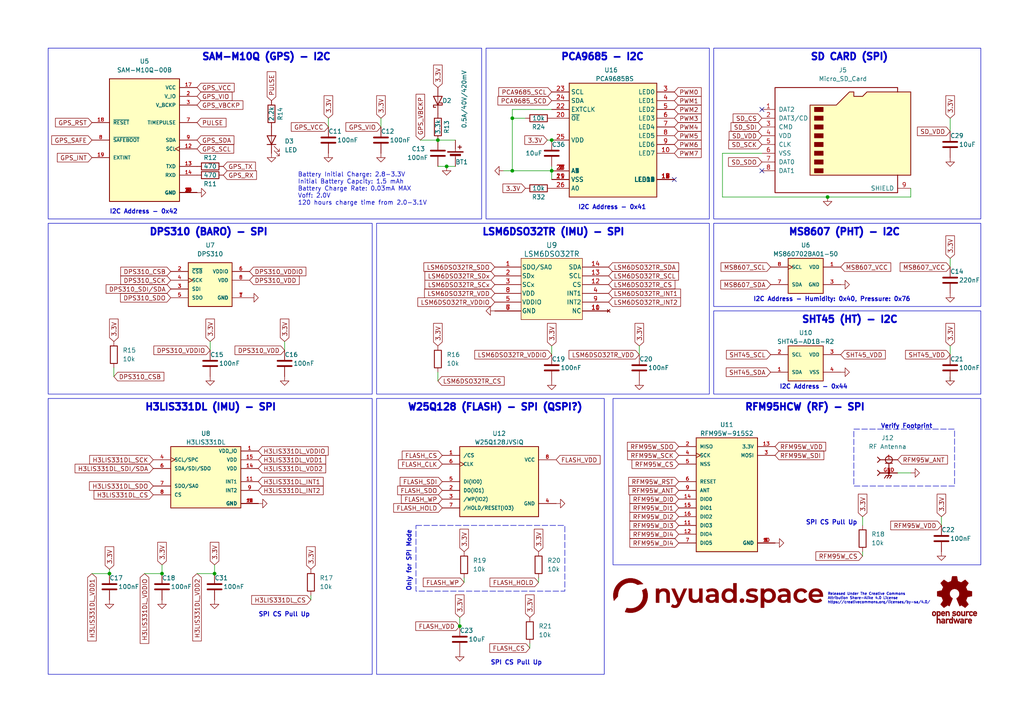
<source format=kicad_sch>
(kicad_sch (version 20230121) (generator eeschema)
  (paper "A4")
  (title_block (title "Sensors & Active Components") (company "Aether Flight Computer"))
  (junction (at 46.99 166.37))
  (junction (at 129.54 48.26))
  (junction (at 240.03 57.15))
  (junction (at 148.59 49.53))
  (junction (at 148.59 34.29))
  (junction (at 160.02 49.53))
  (junction (at 31.75 166.37))
  (junction (at 62.23 166.37))
  (junction (at 127 40.64))
  (junction (at 133.35 181.61))
  (junction (at 160.02 40.64))
  (no_connect (at 220.98 31.75))
  (no_connect (at 195.58 52.07))
  (no_connect (at 220.98 49.53))
  (wire (pts (xy 121.92 40.64) (xy 127 40.64)))
  (wire (pts (xy 160.02 49.53) (xy 160.02 52.07)))
  (wire (pts (xy 110.49 34.29) (xy 110.49 36.83)))
  (wire (pts (xy 95.25 34.29) (xy 95.25 36.83)))
  (wire (pts (xy 275.59 34.29) (xy 275.59 38.1)))
  (wire (pts (xy 275.59 74.93) (xy 275.59 77.47)))
  (wire (pts (xy 33.02 109.22) (xy 33.02 106.68)))
  (wire (pts (xy 146.05 49.53) (xy 148.59 49.53)))
  (wire (pts (xy 90.17 172.72) (xy 90.17 173.99)))
  (wire (pts (xy 60.96 99.06) (xy 60.96 101.6)))
  (wire (pts (xy 41.91 166.37) (xy 46.99 166.37)))
  (wire (pts (xy 275.59 110.49) (xy 275.59 109.22)))
  (wire (pts (xy 153.67 186.69) (xy 153.67 187.96)))
  (wire (pts (xy 127 107.95) (xy 127 110.49)))
  (wire (pts (xy 148.59 31.75) (xy 160.02 31.75)))
  (wire (pts (xy 152.4 34.29) (xy 148.59 34.29)))
  (wire (pts (xy 129.54 48.26) (xy 132.08 48.26)))
  (wire (pts (xy 26.67 166.37) (xy 31.75 166.37)))
  (wire (pts (xy 148.59 31.75) (xy 148.59 34.29)))
  (wire (pts (xy 57.15 166.37) (xy 62.23 166.37)))
  (wire (pts (xy 148.59 34.29) (xy 148.59 49.53)))
  (wire (pts (xy 62.23 163.83) (xy 62.23 166.37)))
  (wire (pts (xy 264.16 137.16) (xy 260.35 137.16)))
  (wire (pts (xy 160.02 48.26) (xy 160.02 49.53)))
  (wire (pts (xy 46.99 163.83) (xy 46.99 166.37)))
  (wire (pts (xy 127 40.64) (xy 132.08 40.64)))
  (wire (pts (xy 209.55 57.15) (xy 240.03 57.15)))
  (wire (pts (xy 250.19 152.4) (xy 250.19 149.86)))
  (wire (pts (xy 160.02 100.33) (xy 160.02 102.87)))
  (wire (pts (xy 133.35 179.07) (xy 133.35 181.61)))
  (wire (pts (xy 31.75 165.1) (xy 31.75 166.37)))
  (wire (pts (xy 275.59 100.33) (xy 275.59 102.87)))
  (wire (pts (xy 134.62 167.64) (xy 134.62 168.91)))
  (wire (pts (xy 158.75 40.64) (xy 160.02 40.64)))
  (wire (pts (xy 240.03 57.15) (xy 264.16 57.15)))
  (wire (pts (xy 148.59 49.53) (xy 160.02 49.53)))
  (wire (pts (xy 273.05 149.86) (xy 273.05 152.4)))
  (wire (pts (xy 185.42 100.33) (xy 185.42 102.87)))
  (wire (pts (xy 209.55 44.45) (xy 209.55 57.15)))
  (wire (pts (xy 250.19 160.02) (xy 250.19 161.29)))
  (wire (pts (xy 127 48.26) (xy 129.54 48.26)))
  (wire (pts (xy 82.55 99.06) (xy 82.55 101.6)))
  (wire (pts (xy 220.98 44.45) (xy 209.55 44.45)))
  (wire (pts (xy 156.21 167.64) (xy 156.21 168.91)))
  (wire (pts (xy 264.16 57.15) (xy 264.16 54.61)))
  (wire (pts (xy 133.35 181.61) (xy 133.35 182.88)))
  (rectangle (start 13.97 64.77) (end 107.95 114.3))
  (rectangle (start 140.97 13.97) (end 205.74 63.5))
  (rectangle (start 207.01 13.97) (end 284.48 63.5))
  (rectangle (start 13.97 13.97) (end 139.7 63.5))
  (rectangle (start 109.22 115.57) (end 175.26 195.58))
  (rectangle (start 109.22 64.77) (end 205.74 114.3))
  (rectangle (start 247.65 124.46) (end 276.86 140.97) (stroke (width 0) (type dash)))
  (rectangle (start 120.65 152.4) (end 163.83 171.45) (stroke (width 0) (type dash)))
  (rectangle (start 177.8 115.57) (end 284.48 163.83))
  (rectangle (start 207.01 90.17) (end 284.48 114.3))
  (rectangle (start 13.97 115.57) (end 107.95 195.58))
  (rectangle (start 207.01 64.77) (end 284.48 88.9))
  (text "DPS310 (BARO) - SPI\n" (at 43.18 68.58 0) (effects (font (size 2 2) (thickness 0.8) bold) (justify left bottom)))
  (text "I2C Address - Humidity: 0x40, Pressure: 0x76" (at 218.44 87.63 0) (effects (font (size 1.27 1.27) bold) (justify left bottom)))
  (text "PCA9685 - I2C" (at 162.56 17.78 0) (effects (font (size 2 2) (thickness 0.8) bold) (justify left bottom)))
  (text "I2C Address - 0x41" (at 167.64 60.96 0) (effects (font (size 1.27 1.27) bold) (justify left bottom)))
  (text "I2C Address - 0x44" (at 226.06 113.03 0) (effects (font (size 1.27 1.27) bold) (justify left bottom)))
  (text "SHT45 (HT) - I2C\n" (at 232.41 93.98 0) (effects (font (size 2 2) (thickness 0.8) bold) (justify left bottom)))
  (text "SPI CS Pull Up" (at 233.68 152.4 0) (effects (font (size 1.27 1.27) bold) (justify left bottom)))
  (text "Released Under The Creative Commons\nAttribution Share-Alike 4.0 License\nhttps://creativecommons.orq/licenses/by-sa/4.0/" (at 240.03 175.26 0) (effects (font (size 0.75 0.75)) (justify left bottom)))
  (text "SPI CS Pull Up" (at 142.24 193.04 0) (effects (font (size 1.27 1.27) bold) (justify left bottom)))
  (text "SPI CS Pull Up" (at 74.93 179.07 0) (effects (font (size 1.27 1.27) bold) (justify left bottom)))
  (text "Verify Footprint" (at 270.51 124.46 0) (effects (font (size 1.27 1.27) bold) (justify right bottom)))
  (text "Only for SPI Mode" (at 119.38 153.67 90) (effects (font (size 1.27 1.27) bold) (justify right bottom)))
  (text "W25Q128 (FLASH) - SPI (QSPI?)\n" (at 118.11 119.38 0) (effects (font (size 2 2) (thickness 0.8) bold) (justify left bottom)))
  (text "H3LIS331DL (IMU) - SPI\n" (at 41.91 119.38 0) (effects (font (size 2 2) (thickness 0.8) bold) (justify left bottom)))
  (text "I2C Address - 0x42" (at 31.75 62.23 0) (effects (font (size 1.27 1.27) bold) (justify left bottom)))
  (text "RFM95HCW (RF) - SPI\n" (at 215.9 119.38 0) (effects (font (size 2 2) (thickness 0.8) bold) (justify left bottom)))
  (text "SAM-M10Q (GPS) - I2C" (at 58.42 17.78 0) (effects (font (size 2 2) (thickness 0.8) bold) (justify left bottom)))
  (text "SD CARD (SPI)" (at 234.95 17.78 0) (effects (font (size 2 2) (thickness 0.8) bold) (justify left bottom)))
  (text "LSM6DSO32TR (IMU) - SPI\n" (at 139.7 68.58 0) (effects (font (size 2 2) (thickness 0.8) bold) (justify left bottom)))
  (text "Battery Initial Charge: 2.8-3.3V\nInitial Battery Capcity: 1.5 mAh\nBattery Charge Rate: 0.03mA MAX\nVoff: 2.0V\n120 hours charge time from 2.0-3.1V" (at 86.36 59.69 0) (effects (font (size 1.27 1.27)) (justify left bottom)))
  (text "MS8607 (PHT) - I2C\n" (at 228.6 68.58 0) (effects (font (size 2 2) (thickness 0.8) bold) (justify left bottom)))
  (global_label "PWM7" (shape input) (at 195.58 44.45 0) (property "Intersheetrefs" "${INTERSHEET_REFS}" (effects hide)))
  (global_label "H3LIS331DL_INT2" (shape input) (at 74.93 142.24 0) (property "Intersheetrefs" "${INTERSHEET_REFS}" (effects hide)))
  (global_label "FLASH_VDD" (shape input) (at 133.35 181.61 180) (property "Intersheetrefs" "${INTERSHEET_REFS}" (effects hide)))
  (global_label "DPS310_SCK" (shape input) (at 49.53 81.28 180) (property "Intersheetrefs" "${INTERSHEET_REFS}" (effects hide)))
  (global_label "DPS310_VDDIO" (shape input) (at 72.39 78.74 0) (property "Intersheetrefs" "${INTERSHEET_REFS}" (effects hide)))
  (global_label "3.3V" (shape input) (at 62.23 163.83 90) (property "Intersheetrefs" "${INTERSHEET_REFS}" (effects hide)))
  (global_label "3.3V" (shape input) (at 127 100.33 90) (property "Intersheetrefs" "${INTERSHEET_REFS}" (effects hide)))
  (global_label "MS8607_VCC" (shape input) (at 275.59 77.47 180) (property "Intersheetrefs" "${INTERSHEET_REFS}" (effects hide)))
  (global_label "SD_CS" (shape input) (at 220.98 34.29 180) (property "Intersheetrefs" "${INTERSHEET_REFS}" (effects hide)))
  (global_label "RFM95W_CS" (shape input) (at 196.85 134.62 180) (property "Intersheetrefs" "${INTERSHEET_REFS}" (effects hide)))
  (global_label "RFM95W_DI0" (shape input) (at 196.85 144.78 180) (property "Intersheetrefs" "${INTERSHEET_REFS}" (effects hide)))
  (global_label "DPS310_VDDIO" (shape input) (at 60.96 101.6 180) (property "Intersheetrefs" "${INTERSHEET_REFS}" (effects hide)))
  (global_label "MS8607_SCL" (shape input) (at 223.52 77.47 180) (property "Intersheetrefs" "${INTERSHEET_REFS}" (effects hide)))
  (global_label "H3LIS331DL_CS" (shape input) (at 44.45 143.51 180) (property "Intersheetrefs" "${INTERSHEET_REFS}" (effects hide)))
  (global_label "3.3V" (shape input) (at 275.59 100.33 90) (property "Intersheetrefs" "${INTERSHEET_REFS}" (effects hide)))
  (global_label "PWM4" (shape input) (at 195.58 36.83 0) (property "Intersheetrefs" "${INTERSHEET_REFS}" (effects hide)))
  (global_label "3.3V" (shape input) (at 152.4 54.61 180) (property "Intersheetrefs" "${INTERSHEET_REFS}" (effects hide)))
  (global_label "3.3V" (shape input) (at 250.19 149.86 90) (property "Intersheetrefs" "${INTERSHEET_REFS}" (effects hide)))
  (global_label "GPS_VIO" (shape input) (at 110.49 36.83 180) (property "Intersheetrefs" "${INTERSHEET_REFS}" (effects hide)))
  (global_label "RFM95W_CS" (shape input) (at 250.19 161.29 180) (property "Intersheetrefs" "${INTERSHEET_REFS}" (effects hide)))
  (global_label "PWM2" (shape input) (at 195.58 31.75 0) (property "Intersheetrefs" "${INTERSHEET_REFS}" (effects hide)))
  (global_label "RFM95W_DI1" (shape input) (at 196.85 147.32 180) (property "Intersheetrefs" "${INTERSHEET_REFS}" (effects hide)))
  (global_label "LSM6DSO32TR_VDD" (shape input) (at 185.42 102.87 180) (property "Intersheetrefs" "${INTERSHEET_REFS}" (effects hide)))
  (global_label "3.3V" (shape input) (at 95.25 34.29 90) (property "Intersheetrefs" "${INTERSHEET_REFS}" (effects hide)))
  (global_label "3.3V" (shape input) (at 46.99 163.83 90) (property "Intersheetrefs" "${INTERSHEET_REFS}" (effects hide)))
  (global_label "FLASH_CS" (shape input) (at 128.27 132.08 180) (property "Intersheetrefs" "${INTERSHEET_REFS}" (effects hide)))
  (global_label "H3LIS331DL_SCK" (shape input) (at 44.45 133.35 180) (property "Intersheetrefs" "${INTERSHEET_REFS}" (effects hide)))
  (global_label "3.3V" (shape input) (at 133.35 179.07 90) (property "Intersheetrefs" "${INTERSHEET_REFS}" (effects hide)))
  (global_label "SD_SDI" (shape input) (at 220.98 36.83 180) (property "Intersheetrefs" "${INTERSHEET_REFS}" (effects hide)))
  (global_label "FLASH_HOLD" (shape input) (at 128.27 147.32 180) (property "Intersheetrefs" "${INTERSHEET_REFS}" (effects hide)))
  (global_label "3.3V" (shape input) (at 110.49 34.29 90) (property "Intersheetrefs" "${INTERSHEET_REFS}" (effects hide)))
  (global_label "RFM95W_SCK" (shape input) (at 196.85 132.08 180) (property "Intersheetrefs" "${INTERSHEET_REFS}" (effects hide)))
  (global_label "H3LIS331DL_SDO" (shape input) (at 44.45 140.97 180) (property "Intersheetrefs" "${INTERSHEET_REFS}" (effects hide)))
  (global_label "H3LIS331DL_INT1" (shape input) (at 74.93 139.7 0) (property "Intersheetrefs" "${INTERSHEET_REFS}" (effects hide)))
  (global_label "LSM6DSO32TR_SDx" (shape input) (at 143.51 80.01 180) (property "Intersheetrefs" "${INTERSHEET_REFS}" (effects hide)))
  (global_label "H3LIS331DL_VDD2" (shape input) (at 74.93 135.89 0) (property "Intersheetrefs" "${INTERSHEET_REFS}" (effects hide)))
  (global_label "FLASH_WP" (shape input) (at 128.27 144.78 180) (property "Intersheetrefs" "${INTERSHEET_REFS}" (effects hide)))
  (global_label "GPS_VIO" (shape input) (at 57.15 27.94 0) (property "Intersheetrefs" "${INTERSHEET_REFS}" (effects hide)))
  (global_label "PWM6" (shape input) (at 195.58 41.91 0) (property "Intersheetrefs" "${INTERSHEET_REFS}" (effects hide)))
  (global_label "PULSE" (shape input) (at 78.74 29.21 90) (property "Intersheetrefs" "${INTERSHEET_REFS}" (effects hide)))
  (global_label "SHT45_VDD" (shape input) (at 275.59 102.87 180) (property "Intersheetrefs" "${INTERSHEET_REFS}" (effects hide)))
  (global_label "RFM95W_ANT" (shape input) (at 196.85 142.24 180) (property "Intersheetrefs" "${INTERSHEET_REFS}" (effects hide)))
  (global_label "3.3V" (shape input) (at 90.17 165.1 90) (property "Intersheetrefs" "${INTERSHEET_REFS}" (effects hide)))
  (global_label "LSM6DSO32TR_SDO" (shape input) (at 143.51 77.47 180) (property "Intersheetrefs" "${INTERSHEET_REFS}" (effects hide)))
  (global_label "RFM95W_RST" (shape input) (at 196.85 139.7 180) (property "Intersheetrefs" "${INTERSHEET_REFS}" (effects hide)))
  (global_label "3.3V" (shape input) (at 153.67 179.07 90) (property "Intersheetrefs" "${INTERSHEET_REFS}" (effects hide)))
  (global_label "H3LIS331DL_CS" (shape input) (at 90.17 173.99 180) (property "Intersheetrefs" "${INTERSHEET_REFS}" (effects hide)))
  (global_label "PWM3" (shape input) (at 195.58 34.29 0) (property "Intersheetrefs" "${INTERSHEET_REFS}" (effects hide)))
  (global_label "GPS_RX" (shape input) (at 64.77 50.8 0) (property "Intersheetrefs" "${INTERSHEET_REFS}" (effects hide)))
  (global_label "FLASH_SDO" (shape input) (at 128.27 142.24 180) (property "Intersheetrefs" "${INTERSHEET_REFS}" (effects hide)))
  (global_label "GPS_TX" (shape input) (at 64.77 48.26 0) (property "Intersheetrefs" "${INTERSHEET_REFS}" (effects hide)))
  (global_label "FLASH_WP" (shape input) (at 134.62 168.91 180) (property "Intersheetrefs" "${INTERSHEET_REFS}" (effects hide)))
  (global_label "H3LIS331DL_SDI{slash}SDA" (shape input) (at 44.45 135.89 180) (property "Intersheetrefs" "${INTERSHEET_REFS}" (effects hide)))
  (global_label "LSM6DSO32TR_SCx" (shape input) (at 143.51 82.55 180) (property "Intersheetrefs" "${INTERSHEET_REFS}" (effects hide)))
  (global_label "SHT45_SCL" (shape input) (at 223.52 102.87 180) (property "Intersheetrefs" "${INTERSHEET_REFS}" (effects hide)))
  (global_label "LSM6DSO32TR_VDDIO" (shape input) (at 143.51 87.63 180) (property "Intersheetrefs" "${INTERSHEET_REFS}" (effects hide)))
  (global_label "SHT45_VDD" (shape input) (at 243.84 102.87 0) (property "Intersheetrefs" "${INTERSHEET_REFS}" (effects hide)))
  (global_label "3.3V" (shape input) (at 60.96 99.06 90) (property "Intersheetrefs" "${INTERSHEET_REFS}" (effects hide)))
  (global_label "PULSE" (shape input) (at 57.15 35.56 0) (property "Intersheetrefs" "${INTERSHEET_REFS}" (effects hide)))
  (global_label "GPS_SDA" (shape input) (at 57.15 40.64 0) (property "Intersheetrefs" "${INTERSHEET_REFS}" (effects hide)))
  (global_label "GPS_SAFE" (shape input) (at 26.67 40.64 180) (property "Intersheetrefs" "${INTERSHEET_REFS}" (effects hide)))
  (global_label "GPS_INT" (shape input) (at 26.67 45.72 180) (property "Intersheetrefs" "${INTERSHEET_REFS}" (effects hide)))
  (global_label "PCA9685_SCD" (shape input) (at 160.02 29.21 180) (property "Intersheetrefs" "${INTERSHEET_REFS}" (effects hide)))
  (global_label "3.3V" (shape input) (at 127 25.4 90) (property "Intersheetrefs" "${INTERSHEET_REFS}" (effects hide)))
  (global_label "3.3V" (shape input) (at 275.59 74.93 90) (property "Intersheetrefs" "${INTERSHEET_REFS}" (effects hide)))
  (global_label "DPS310_CSB" (shape input) (at 33.02 109.22 0) (property "Intersheetrefs" "${INTERSHEET_REFS}" (effects hide)))
  (global_label "PCA9685_SCL" (shape input) (at 160.02 26.67 180) (property "Intersheetrefs" "${INTERSHEET_REFS}" (effects hide)))
  (global_label "3.3V" (shape input) (at 31.75 165.1 90) (property "Intersheetrefs" "${INTERSHEET_REFS}" (effects hide)))
  (global_label "H3LIS331DL_VDD2" (shape input) (at 57.15 166.37 270) (property "Intersheetrefs" "${INTERSHEET_REFS}" (effects hide)))
  (global_label "PWM0" (shape input) (at 195.58 26.67 0) (property "Intersheetrefs" "${INTERSHEET_REFS}" (effects hide)))
  (global_label "RFM95W_SDO" (shape input) (at 196.85 129.54 180) (property "Intersheetrefs" "${INTERSHEET_REFS}" (effects hide)))
  (global_label "3.3V" (shape input) (at 158.75 40.64 180) (property "Intersheetrefs" "${INTERSHEET_REFS}" (effects hide)))
  (global_label "SD_SDO" (shape input) (at 220.98 46.99 180) (property "Intersheetrefs" "${INTERSHEET_REFS}" (effects hide)))
  (global_label "H3LIS331DL_VDDIO" (shape input) (at 41.91 166.37 270) (property "Intersheetrefs" "${INTERSHEET_REFS}" (effects hide)))
  (global_label "3.3V" (shape input) (at 82.55 99.06 90) (property "Intersheetrefs" "${INTERSHEET_REFS}" (effects hide)))
  (global_label "RFM95W_SDI" (shape input) (at 224.79 132.08 0) (property "Intersheetrefs" "${INTERSHEET_REFS}" (effects hide)))
  (global_label "3.3V" (shape input) (at 275.59 34.29 90) (property "Intersheetrefs" "${INTERSHEET_REFS}" (effects hide)))
  (global_label "RFM95W_DI4" (shape input) (at 196.85 157.48 180) (property "Intersheetrefs" "${INTERSHEET_REFS}" (effects hide)))
  (global_label "H3LIS331DL_VDD1" (shape input) (at 74.93 133.35 0) (property "Intersheetrefs" "${INTERSHEET_REFS}" (effects hide)))
  (global_label "PWM5" (shape input) (at 195.58 39.37 0) (property "Intersheetrefs" "${INTERSHEET_REFS}" (effects hide)))
  (global_label "GPS_RST" (shape input) (at 26.67 35.56 180) (property "Intersheetrefs" "${INTERSHEET_REFS}" (effects hide)))
  (global_label "3.3V" (shape input) (at 33.02 99.06 90) (property "Intersheetrefs" "${INTERSHEET_REFS}" (effects hide)))
  (global_label "FLASH_VDD" (shape input) (at 161.29 133.35 0) (property "Intersheetrefs" "${INTERSHEET_REFS}" (effects hide)))
  (global_label "DPS310_CSB" (shape input) (at 49.53 78.74 180) (property "Intersheetrefs" "${INTERSHEET_REFS}" (effects hide)))
  (global_label "LSM6DSO32TR_SDA" (shape input) (at 176.53 77.47 0) (property "Intersheetrefs" "${INTERSHEET_REFS}" (effects hide)))
  (global_label "3.3V" (shape input) (at 156.21 160.02 90) (property "Intersheetrefs" "${INTERSHEET_REFS}" (effects hide)))
  (global_label "RFM95W_DI4" (shape input) (at 196.85 154.94 180) (property "Intersheetrefs" "${INTERSHEET_REFS}" (effects hide)))
  (global_label "H3LIS331DL_VDDIO" (shape input) (at 74.93 130.81 0) (property "Intersheetrefs" "${INTERSHEET_REFS}" (effects hide)))
  (global_label "RFM95W_ANT" (shape input) (at 260.35 133.35 0) (property "Intersheetrefs" "${INTERSHEET_REFS}" (effects hide)))
  (global_label "RFM95W_VDD" (shape input) (at 273.05 152.4 180) (property "Intersheetrefs" "${INTERSHEET_REFS}" (effects hide)))
  (global_label "SD_VDD" (shape input) (at 220.98 39.37 180) (property "Intersheetrefs" "${INTERSHEET_REFS}" (effects hide)))
  (global_label "3.3V" (shape input) (at 185.42 100.33 90) (property "Intersheetrefs" "${INTERSHEET_REFS}" (effects hide)))
  (global_label "3.3V" (shape input) (at 160.02 100.33 90) (property "Intersheetrefs" "${INTERSHEET_REFS}" (effects hide)))
  (global_label "GPS_VBCKP" (shape input) (at 57.15 30.48 0) (property "Intersheetrefs" "${INTERSHEET_REFS}" (effects hide)))
  (global_label "MS8607_SDA" (shape input) (at 223.52 82.55 180) (property "Intersheetrefs" "${INTERSHEET_REFS}" (effects hide)))
  (global_label "GPS_VCC" (shape input) (at 95.25 36.83 180) (property "Intersheetrefs" "${INTERSHEET_REFS}" (effects hide)))
  (global_label "LSM6DSO32TR_VDD" (shape input) (at 143.51 85.09 180) (property "Intersheetrefs" "${INTERSHEET_REFS}" (effects hide)))
  (global_label "DPS310_VDD" (shape input) (at 72.39 81.28 0) (property "Intersheetrefs" "${INTERSHEET_REFS}" (effects hide)))
  (global_label "RFM95W_VDD" (shape input) (at 224.79 129.54 0) (property "Intersheetrefs" "${INTERSHEET_REFS}" (effects hide)))
  (global_label "LSM6DSO32TR_CS" (shape input) (at 176.53 82.55 0) (property "Intersheetrefs" "${INTERSHEET_REFS}" (effects hide)))
  (global_label "SD_VDD" (shape input) (at 275.59 38.1 180) (property "Intersheetrefs" "${INTERSHEET_REFS}" (effects hide)))
  (global_label "FLASH_HOLD" (shape input) (at 156.21 168.91 180) (property "Intersheetrefs" "${INTERSHEET_REFS}" (effects hide)))
  (global_label "PWM1" (shape input) (at 195.58 29.21 0) (property "Intersheetrefs" "${INTERSHEET_REFS}" (effects hide)))
  (global_label "DPS310_VDD" (shape input) (at 82.55 101.6 180) (property "Intersheetrefs" "${INTERSHEET_REFS}" (effects hide)))
  (global_label "MS8607_VCC" (shape input) (at 243.84 77.47 0) (property "Intersheetrefs" "${INTERSHEET_REFS}" (effects hide)))
  (global_label "LSM6DSO32TR_SCL" (shape input) (at 176.53 80.01 0) (property "Intersheetrefs" "${INTERSHEET_REFS}" (effects hide)))
  (global_label "GPS_VBCKP" (shape input) (at 121.92 40.64 90) (property "Intersheetrefs" "${INTERSHEET_REFS}" (effects hide)))
  (global_label "LSM6DSO32TR_CS" (shape input) (at 127 110.49 0) (property "Intersheetrefs" "${INTERSHEET_REFS}" (effects hide)))
  (global_label "3.3V" (shape input) (at 273.05 149.86 90) (property "Intersheetrefs" "${INTERSHEET_REFS}" (effects hide)))
  (global_label "GPS_SCL" (shape input) (at 57.15 43.18 0) (property "Intersheetrefs" "${INTERSHEET_REFS}" (effects hide)))
  (global_label "SHT45_SDA" (shape input) (at 223.52 107.95 180) (property "Intersheetrefs" "${INTERSHEET_REFS}" (effects hide)))
  (global_label "LSM6DSO32TR_VDDIO" (shape input) (at 160.02 102.87 180) (property "Intersheetrefs" "${INTERSHEET_REFS}" (effects hide)))
  (global_label "SD_SCK" (shape input) (at 220.98 41.91 180) (property "Intersheetrefs" "${INTERSHEET_REFS}" (effects hide)))
  (global_label "FLASH_CLK" (shape input) (at 128.27 134.62 180) (property "Intersheetrefs" "${INTERSHEET_REFS}" (effects hide)))
  (global_label "FLASH_SDI" (shape input) (at 128.27 139.7 180) (property "Intersheetrefs" "${INTERSHEET_REFS}" (effects hide)))
  (global_label "H3LIS331DL_VDD1" (shape input) (at 26.67 166.37 270) (property "Intersheetrefs" "${INTERSHEET_REFS}" (effects hide)))
  (global_label "3.3V" (shape input) (at 134.62 160.02 90) (property "Intersheetrefs" "${INTERSHEET_REFS}" (effects hide)))
  (global_label "LSM6DSO32TR_INT2" (shape input) (at 176.53 87.63 0) (property "Intersheetrefs" "${INTERSHEET_REFS}" (effects hide)))
  (global_label "FLASH_CS" (shape input) (at 153.67 187.96 180) (property "Intersheetrefs" "${INTERSHEET_REFS}" (effects hide)))
  (global_label "RFM95W_DI2" (shape input) (at 196.85 149.86 180) (property "Intersheetrefs" "${INTERSHEET_REFS}" (effects hide)))
  (global_label "GPS_VCC" (shape input) (at 57.15 25.4 0) (property "Intersheetrefs" "${INTERSHEET_REFS}" (effects hide)))
  (global_label "DPS310_SDO" (shape input) (at 49.53 86.36 180) (property "Intersheetrefs" "${INTERSHEET_REFS}" (effects hide)))
  (global_label "LSM6DSO32TR_INT1" (shape input) (at 176.53 85.09 0) (property "Intersheetrefs" "${INTERSHEET_REFS}" (effects hide)))
  (global_label "DPS310_SDI{slash}SDA" (shape input) (at 49.53 83.82 180) (property "Intersheetrefs" "${INTERSHEET_REFS}" (effects hide)))
  (global_label "RFM95W_DI3" (shape input) (at 196.85 152.4 180) (property "Intersheetrefs" "${INTERSHEET_REFS}" (effects hide)))
  (symbol (lib_id "power:GND") (at 95.25 44.45 0) (unit 1)
    (property "Reference" "#PWR031" (effects hide))
    (property "Value" "GND" (effects hide))
    (instances (project "aether" (path "" (reference "#PWR031") (unit 1)) (path "" (reference "#PWR019") (unit 1))))
  )
  (symbol (lib_id "W25Q128JVSIQ:W25Q128JVSIQ") (at 144.78 139.7 0) (unit 1)
    (property "Reference" "U12" (at 144.78 125.73 0))
    (property "Value" "W25Q128JVSIQ" (at 144.78 128.27 0))
    (property "Footprint" "SOIC127P790X216-8N" (effects hide))
    (property "PARTREV" "I" (effects hide))
    (property "STANDARD" "IPC-7351B" (effects hide))
    (property "MAXIMUM_PACKAGE_HEIGHT" "2.16 mm" (effects hide))
    (property "MANUFACTURER" "Winbond Electronics" (effects hide))
    (instances (project "aether" (path "" (reference "U12") (unit 1)) (path "" (reference "U10") (unit 1))))
  )
  (symbol (lib_id "Device:R") (at 156.21 54.61 270) (unit 1)
    (property "Reference" "R32" (at 156.21 57.15 90))
    (property "Value" "10k" (at 156.21 54.61 90))
    (property "Footprint" "Resistor_SMD:R_0201_0603Metric" (effects hide))
    (instances (project "aether" (path "" (reference "R32") (unit 1)) (path "" (reference "R16") (unit 1))))
  )
  (symbol (lib_id "Device:R") (at 134.62 163.83 0) (unit 1)
    (property "Reference" "R19" (at 137.16 162.56 0) (effects (justify left)))
    (property "Value" "10k" (at 137.16 165.1 0) (effects (justify left)))
    (property "Footprint" "Resistor_SMD:R_0201_0603Metric" (effects hide))
    (instances (project "aether" (path "" (reference "R19") (unit 1)) (path "" (reference "R15") (unit 1))))
  )
  (symbol (lib_id "Device:C") (at 273.05 156.21 0) (unit 1)
    (property "Reference" "C22" (at 273.05 153.67 0) (effects (justify left)))
    (property "Value" "100nF" (at 275.59 156.21 0) (effects (justify left)))
    (property "Footprint" "Capacitor_SMD:C_0201_0603Metric" (effects hide))
  )
  (symbol (lib_id "power:GND") (at 275.59 45.72 0) (unit 1)
    (property "Reference" "#PWR042" (effects hide))
    (property "Value" "GND" (effects hide))
    (instances (project "aether" (path "" (reference "#PWR042") (unit 1)) (path "" (reference "#PWR018") (unit 1))))
  )
  (symbol (lib_id "Device:C") (at 275.59 41.91 0) (unit 1)
    (property "Reference" "C29" (at 275.59 39.37 0) (effects (justify left)))
    (property "Value" "10uF" (at 278.13 41.91 0) (effects (justify left)))
    (property "Footprint" "Capacitor_SMD:C_0201_0603Metric" (effects hide))
    (instances (project "aether" (path "" (reference "C29") (unit 1)) (path "" (reference "C12") (unit 1))))
  )
  (symbol (lib_id "Device:C") (at 275.59 81.28 0) (unit 1)
    (property "Reference" "C14" (at 275.59 78.74 0) (effects (justify left)))
    (property "Value" "220nF" (at 278.13 81.28 0) (effects (justify left)))
    (property "Footprint" "Capacitor_SMD:C_0201_0603Metric" (effects hide))
    (instances (project "aether" (path "" (reference "C14") (unit 1)) (path "" (reference "C21") (unit 1))))
  )
  (symbol (lib_id "Device:R") (at 156.21 34.29 270) (unit 1)
    (property "Reference" "R24" (at 156.21 36.83 90))
    (property "Value" "10k" (at 156.21 34.29 90))
    (property "Footprint" "Resistor_SMD:R_0201_0603Metric" (effects hide))
    (instances (project "aether" (path "" (reference "R24") (unit 1)) (path "" (reference "R17") (unit 1))))
  )
  (symbol (lib_id "power:GND") (at 57.15 55.88 90) (unit 1)
    (property "Reference" "#PWR012" (effects hide))
    (property "Value" "GND" (effects hide))
    (instances (project "aether" (path "" (reference "#PWR012") (unit 1)) (path "" (reference "#PWR015") (unit 1))))
  )
  (symbol (lib_id "nyuad_space:LOGO") (at 208.28 172.72 0) (unit 1)
    (property "Reference" "#G2" (effects hide))
    (property "Value" "LOGO" (effects hide))
    (instances (project "aether" (path "" (reference "#G2") (unit 1)) (path "" (reference "#G5") (unit 1))))
  )
  (symbol (lib_id "Device:C") (at 160.02 44.45 0) (unit 1)
    (property "Reference" "C36" (at 160.02 41.91 0) (effects (justify left)))
    (property "Value" "10uF" (at 152.4 44.45 0) (effects (justify left)))
    (property "Footprint" "Capacitor_SMD:C_0201_0603Metric" (effects hide))
    (instances (project "aether" (path "" (reference "C36") (unit 1)) (path "" (reference "C17") (unit 1))))
  )
  (symbol (lib_id "DPS310:DPS310") (at 60.96 82.55 0) (unit 1)
    (property "Reference" "U7" (at 60.96 71.12 0))
    (property "Value" "DPS310" (at 60.96 73.66 0))
    (property "Footprint" "XDCR_DPS310" (effects hide))
    (property "MF" "Infineon Technologies" (effects hide))
    (property "DESCRIPTION" "The DPS310 is a miniaturized Digital Barometric Air Pressure Sensor with a high accuracy and a low current consumption, capable of measuring both pressure and temperature." (effects hide))
    (property "PACKAGE" "VFLGA-8 Infineon Technologies" (effects hide))
    (property "PRICE" "None" (effects hide))
    (property "MP" "DPS310" (effects hide))
    (property "AVAILABILITY" "Unavailable" (effects hide))
  )
  (symbol (lib_id "power:GND") (at 161.29 146.05 90) (unit 1)
    (property "Reference" "#PWR032" (effects hide))
    (property "Value" "GND" (effects hide))
    (instances (project "aether" (path "" (reference "#PWR032") (unit 1)) (path "" (reference "#PWR017") (unit 1))))
  )
  (symbol (lib_id "power:GND") (at 133.35 189.23 0) (unit 1)
    (property "Reference" "#PWR033" (effects hide))
    (property "Value" "GND" (effects hide))
    (instances (project "aether" (path "" (reference "#PWR033") (unit 1)) (path "" (reference "#PWR027") (unit 1))))
  )
  (symbol (lib_id "Device:C") (at 60.96 105.41 0) (unit 1)
    (property "Reference" "C15" (at 60.96 102.87 0) (effects (justify left)))
    (property "Value" "100nF" (at 63.5 105.41 0) (effects (justify left)))
    (property "Footprint" "Capacitor_SMD:C_0201_0603Metric" (effects hide))
    (instances (project "aether" (path "" (reference "C15") (unit 1)) (path "" (reference "C16") (unit 1))))
  )
  (symbol (lib_id "power:GND") (at 240.03 57.15 0) (unit 1)
    (property "Reference" "#PWR041" (effects hide))
    (property "Value" "GND" (effects hide))
    (instances (project "aether" (path "" (reference "#PWR041") (unit 1)) (path "" (reference "#PWR031") (unit 1))))
  )
  (symbol (lib_id "Device:C") (at 127 44.45 0) (unit 1)
    (property "Reference" "C13" (at 119.38 43.18 0) (effects (justify left)))
    (property "Value" "100nF" (at 118.11 45.72 0) (effects (justify left)))
    (property "Footprint" "Capacitor_SMD:C_0201_0603Metric" (effects hide))
    (instances (project "aether" (path "" (reference "C13") (unit 1)) (path "" (reference "C14") (unit 1))))
  )
  (symbol (lib_id "Device:R") (at 127 104.14 0) (unit 1)
    (property "Reference" "R16" (at 129.54 102.87 0) (effects (justify left)))
    (property "Value" "10k" (at 129.54 105.41 0) (effects (justify left)))
    (property "Footprint" "Resistor_SMD:R_0201_0603Metric" (effects hide))
    (instances (project "aether" (path "" (reference "R16") (unit 1)) (path "" (reference "R32") (unit 1))))
  )
  (symbol (lib_id "LSM6DSO32TR:LSM6DSO32TR") (at 160.02 83.82 0) (unit 1)
    (property "Reference" "U9" (at 160.02 71.12 0) (effects (font (size 1.524 1.524))))
    (property "Value" "LSM6DSO32TR" (at 160.02 73.66 0) (effects (font (size 1.524 1.524))))
    (property "Footprint" "LGA-14L_2P5X3X0P83_STM" (effects hide))
    (property "Datasheet" "LSM6DSO32TR" (effects hide))
    (instances (project "aether" (path "" (reference "U9") (unit 1)) (path "" (reference "U16") (unit 1))))
  )
  (symbol (lib_id "Device:C") (at 82.55 105.41 0) (unit 1)
    (property "Reference" "C16" (at 82.55 102.87 0) (effects (justify left)))
    (property "Value" "100nF" (at 85.09 105.41 0) (effects (justify left)))
    (property "Footprint" "Capacitor_SMD:C_0201_0603Metric" (effects hide))
    (instances (project "aether" (path "" (reference "C16") (unit 1)) (path "" (reference "C29") (unit 1))))
  )
  (symbol (lib_id "Device:R") (at 127 36.83 180) (unit 1)
    (property "Reference" "R13" (at 129.54 36.83 90))
    (property "Value" "3.3k" (at 127 36.83 90))
    (property "Footprint" "Resistor_SMD:R_0201_0603Metric" (effects hide))
    (instances (project "aether" (path "" (reference "R13") (unit 1)) (path "" (reference "R14") (unit 1))))
  )
  (symbol (lib_id "Device:C") (at 31.75 170.18 0) (unit 1)
    (property "Reference" "C17" (at 31.75 167.64 0) (effects (justify left)))
    (property "Value" "100nF" (at 34.29 170.18 0) (effects (justify left)))
    (property "Footprint" "Capacitor_SMD:C_0201_0603Metric" (effects hide))
    (instances (project "aether" (path "" (reference "C17") (unit 1)) (path "" (reference "C18") (unit 1))))
  )
  (symbol (lib_id "Device:R") (at 250.19 156.21 0) (unit 1)
    (property "Reference" "R18" (at 252.73 154.94 0) (effects (justify left)))
    (property "Value" "10k" (at 252.73 157.48 0) (effects (justify left)))
    (property "Footprint" "Resistor_SMD:R_0201_0603Metric" (effects hide))
  )
  (symbol (lib_id "power:GND") (at 110.49 44.45 0) (unit 1)
    (property "Reference" "#PWR013" (effects hide))
    (property "Value" "GND" (effects hide))
    (instances (project "aether" (path "" (reference "#PWR013") (unit 1)) (path "" (reference "#PWR034") (unit 1))))
  )
  (symbol (lib_id "Device:R") (at 156.21 163.83 0) (unit 1)
    (property "Reference" "R20" (at 158.75 162.56 0) (effects (justify left)))
    (property "Value" "10k" (at 158.75 165.1 0) (effects (justify left)))
    (property "Footprint" "Resistor_SMD:R_0201_0603Metric" (effects hide))
    (instances (project "aether" (path "" (reference "R20") (unit 1)) (path "" (reference "R21") (unit 1))))
  )
  (symbol (lib_id "Device:R") (at 60.96 50.8 90) (unit 1)
    (property "Reference" "R11" (at 60.96 53.34 90))
    (property "Value" "470" (at 60.96 50.8 90))
    (property "Footprint" "Resistor_SMD:R_0201_0603Metric" (effects hide))
    (instances (project "aether" (path "" (reference "R11") (unit 1)) (path "" (reference "R12") (unit 1))))
  )
  (symbol (lib_id "Device:LED") (at 78.74 40.64 90) (unit 1)
    (property "Reference" "D3" (at 82.55 40.9575 90) (effects (justify right)))
    (property "Value" "LED" (at 82.55 43.4975 90) (effects (justify right)))
    (property "Footprint" "LED_SMD:LED_0201_0603Metric" (effects hide))
  )
  (symbol (lib_id "Device:C") (at 275.59 106.68 0) (unit 1)
    (property "Reference" "C21" (at 275.59 104.14 0) (effects (justify left)))
    (property "Value" "100nF" (at 278.13 106.68 0) (effects (justify left)))
    (property "Footprint" "Capacitor_SMD:C_0201_0603Metric" (effects hide))
    (instances (project "aether" (path "" (reference "C21") (unit 1)) (path "" (reference "C11") (unit 1))))
  )
  (symbol (lib_id "SHT45-AD1B-R2:SHT45-AD1B-R2") (at 233.68 105.41 0) (unit 1)
    (property "Reference" "U10" (at 233.68 96.52 0))
    (property "Value" "SHT45-AD1B-R2" (at 233.68 99.06 0))
    (property "Footprint" "SHT4X" (effects hide))
    (instances (project "aether" (path "" (reference "U10") (unit 1)) (path "" (reference "U6") (unit 1))))
  )
  (symbol (lib_id "power:GND") (at 264.16 137.16 90) (unit 1)
    (property "Reference" "#PWR028" (effects hide))
    (property "Value" "GND" (effects hide))
    (instances (project "aether" (path "" (reference "#PWR028") (unit 1)) (path "" (reference "#PWR071") (unit 1))))
  )
  (symbol (lib_id "power:GND") (at 275.59 109.22 0) (unit 1)
    (property "Reference" "#PWR028" (effects hide))
    (property "Value" "GND" (effects hide))
    (instances (project "aether" (path "" (reference "#PWR028") (unit 1)) (path "" (reference "#PWR013") (unit 1))))
  )
  (symbol (lib_id "RFM95W-915S2:RFM95W-915S2") (at 210.82 143.51 0) (unit 1)
    (property "Reference" "U11" (at 210.82 123.19 0))
    (property "Value" "RFM95W-915S2" (at 210.82 125.73 0))
    (property "Footprint" "XCVR_RFM95W-915S2" (effects hide))
    (property "MF" "RF Solutions" (effects hide))
    (property "DESCRIPTION" "RFM95W LoRA Transceiver Module 915MHz" (effects hide))
    (property "PACKAGE" "SMD-16 RF Solutions" (effects hide))
    (property "PRICE" "None" (effects hide))
    (property "STANDARD" "Manufacturer recommendations" (effects hide))
    (property "MP" "RFM95W-915S2" (effects hide))
    (property "AVAILABILITY" "Unavailable" (effects hide))
    (instances (project "aether" (path "" (reference "U11") (unit 1)) (path "" (reference "U8") (unit 1))))
  )
  (symbol (lib_id "power:GND") (at 185.42 110.49 0) (unit 1)
    (property "Reference" "#PWR026" (effects hide))
    (property "Value" "GND" (effects hide))
    (instances (project "aether" (path "" (reference "#PWR026") (unit 1)) (path "" (reference "#PWR051") (unit 1))))
  )
  (symbol (lib_id "MS860702BA01-50:MS860702BA01-50") (at 233.68 80.01 0) (unit 1)
    (property "Reference" "U6" (at 233.68 71.12 0))
    (property "Value" "MS860702BA01-50" (at 233.68 73.66 0))
    (property "Footprint" "TE_MS860702BA01-50" (effects hide))
    (property "Comment" "MS860702BA01-50" (effects hide))
    (instances (project "aether" (path "" (reference "U6") (unit 1)) (path "" (reference "U12") (unit 1))))
  )
  (symbol (lib_id "Device:R") (at 153.67 182.88 0) (unit 1)
    (property "Reference" "R21" (at 156.21 181.61 0) (effects (justify left)))
    (property "Value" "10k" (at 156.21 184.15 0) (effects (justify left)))
    (property "Footprint" "Resistor_SMD:R_0201_0603Metric" (effects hide))
    (instances (project "aether" (path "" (reference "R21") (unit 1)) (path "" (reference "R19") (unit 1))))
  )
  (symbol (lib_id "5449692-1:5449692-1") (at 257.81 137.16 0) (unit 1)
    (property "Reference" "J12" (at 257.429 127 0))
    (property "Value" "RF Antenna" (at 257.429 129.54 0))
    (property "Footprint" "TE_5449692-1" (effects hide))
    (property "Comment" "5449692-1" (effects hide))
  )
  (symbol (lib_id "power:GND") (at 160.02 110.49 0) (unit 1)
    (property "Reference" "#PWR025" (effects hide))
    (property "Value" "GND" (effects hide))
    (instances (project "aether" (path "" (reference "#PWR025") (unit 1)) (path "" (reference "#PWR029") (unit 1))))
  )
  (symbol (lib_id "power:GND") (at 243.84 107.95 90) (unit 1)
    (property "Reference" "#PWR027" (effects hide))
    (property "Value" "GND" (effects hide))
    (instances (project "aether" (path "" (reference "#PWR027") (unit 1)) (path "" (reference "#PWR014") (unit 1))))
  )
  (symbol (lib_id "Device:C") (at 62.23 170.18 0) (unit 1)
    (property "Reference" "C31" (at 62.23 167.64 0) (effects (justify left)))
    (property "Value" "100nF" (at 64.77 170.18 0) (effects (justify left)))
    (property "Footprint" "Capacitor_SMD:C_0201_0603Metric" (effects hide))
    (instances (project "aether" (path "" (reference "C31") (unit 1)) (path "" (reference "C30") (unit 1))))
  )
  (symbol (lib_id "osh_logo:LOGO") (at 276.86 173.99 0) (unit 1)
    (property "Reference" "#G1" (effects hide))
    (property "Value" "LOGO" (effects hide))
    (instances (project "aether" (path "" (reference "#G1") (unit 1)) (path "" (reference "#G6") (unit 1))))
  )
  (symbol (lib_id "Device:R") (at 33.02 102.87 0) (unit 1)
    (property "Reference" "R15" (at 35.56 101.6 0) (effects (justify left)))
    (property "Value" "10k" (at 35.56 104.14 0) (effects (justify left)))
    (property "Footprint" "Resistor_SMD:R_0201_0603Metric" (effects hide))
    (instances (project "aether" (path "" (reference "R15") (unit 1)) (path "" (reference "R13") (unit 1))))
  )
  (symbol (lib_id "Device:C") (at 95.25 40.64 0) (unit 1)
    (property "Reference" "C11" (at 95.25 38.1 0) (effects (justify left)))
    (property "Value" "100nF" (at 97.79 40.64 0) (effects (justify left)))
    (property "Footprint" "Capacitor_SMD:C_0201_0603Metric" (effects hide))
    (instances (project "aether" (path "" (reference "C11") (unit 1)) (path "" (reference "C13") (unit 1))))
  )
  (symbol (lib_id "Device:D_Schottky") (at 127 29.21 90) (unit 1)
    (property "Reference" "D2" (at 128.27 29.21 90) (effects (justify right)))
    (property "Value" "0.5A/40V/420mV" (at 134.62 20.32 0) (effects (justify right)))
  )
  (symbol (lib_id "Device:C") (at 110.49 40.64 0) (unit 1)
    (property "Reference" "C12" (at 110.49 38.1 0) (effects (justify left)))
    (property "Value" "100nF" (at 113.03 40.64 0) (effects (justify left)))
    (property "Footprint" "Capacitor_SMD:C_0201_0603Metric" (effects hide))
    (instances (project "aether" (path "" (reference "C12") (unit 1)) (path "" (reference "C23") (unit 1))))
  )
  (symbol (lib_id "power:GND") (at 62.23 173.99 0) (unit 1)
    (property "Reference" "#PWR046" (effects hide))
    (property "Value" "GND" (effects hide))
    (instances (project "aether" (path "" (reference "#PWR046") (unit 1)) (path "" (reference "#PWR050") (unit 1))))
  )
  (symbol (lib_id "Device:C") (at 185.42 106.68 0) (unit 1)
    (property "Reference" "C20" (at 185.42 104.14 0) (effects (justify left)))
    (property "Value" "100nF" (at 187.96 106.68 0) (effects (justify left)))
    (property "Footprint" "Capacitor_SMD:C_0201_0603Metric" (effects hide))
    (instances (project "aether" (path "" (reference "C20") (unit 1)) (path "" (reference "C31") (unit 1))))
  )
  (symbol (lib_id "Device:R") (at 90.17 168.91 0) (unit 1)
    (property "Reference" "R17" (at 92.71 167.64 0) (effects (justify left)))
    (property "Value" "10k" (at 92.71 170.18 0) (effects (justify left)))
    (property "Footprint" "Resistor_SMD:R_0201_0603Metric" (effects hide))
    (instances (project "aether" (path "" (reference "R17") (unit 1)) (path "" (reference "R24") (unit 1))))
  )
  (symbol (lib_id "power:GND") (at 46.99 173.99 0) (unit 1)
    (property "Reference" "#PWR023" (effects hide))
    (property "Value" "GND" (effects hide))
    (instances (project "aether" (path "" (reference "#PWR023") (unit 1)) (path "" (reference "#PWR030") (unit 1))))
  )
  (symbol (lib_id "power:GND") (at 275.59 85.09 0) (unit 1)
    (property "Reference" "#PWR017" (effects hide))
    (property "Value" "GND" (effects hide))
    (instances (project "aether" (path "" (reference "#PWR017") (unit 1)) (path "" (reference "#PWR032") (unit 1))))
  )
  (symbol (lib_id "power:GND") (at 143.51 90.17 270) (unit 1)
    (property "Reference" "#PWR024" (effects hide))
    (property "Value" "GND" (effects hide))
    (instances (project "aether" (path "" (reference "#PWR024") (unit 1)) (path "" (reference "#PWR022") (unit 1))))
  )
  (symbol (lib_id "power:GND") (at 146.05 49.53 270) (unit 1)
    (property "Reference" "#PWR050" (effects hide))
    (property "Value" "GND" (effects hide))
    (instances (project "aether" (path "" (reference "#PWR050") (unit 1)) (path "" (reference "#PWR023") (unit 1))))
  )
  (symbol (lib_id "Device:C") (at 133.35 185.42 0) (unit 1)
    (property "Reference" "C23" (at 133.35 182.88 0) (effects (justify left)))
    (property "Value" "10uF" (at 135.89 185.42 0) (effects (justify left)))
    (property "Footprint" "Capacitor_SMD:C_0201_0603Metric" (effects hide))
    (instances (project "aether" (path "" (reference "C23") (unit 1)) (path "" (reference "C15") (unit 1))))
  )
  (symbol (lib_id "SAM-M10Q-00B:SAM-M10Q-00B") (at 41.91 40.64 0) (unit 1)
    (property "Reference" "U5" (at 41.91 17.78 0))
    (property "Value" "SAM-M10Q-00B" (at 41.91 20.32 0))
    (property "Footprint" "XCVR_SAM-M10Q-00B" (effects hide))
    (property "PARTREV" "R03" (effects hide))
    (property "MANUFACTURER" "u-blox" (effects hide))
    (property "STANDARD" "Manufacturer Recommendations" (effects hide))
    (property "MAXIMUM_PACKAGE_HEIGHT" "6.8mm" (effects hide))
    (property "SNAPEDA_PN" "SAM-M10Q-00B" (effects hide))
  )
  (symbol (lib_id "power:GND") (at 273.05 160.02 0) (unit 1)
    (property "Reference" "#PWR030" (effects hide))
    (property "Value" "GND" (effects hide))
    (instances (project "aether" (path "" (reference "#PWR030") (unit 1)) (path "" (reference "#PWR046") (unit 1))))
  )
  (symbol (lib_id "Device:Battery_Cell") (at 132.08 45.72 0) (unit 1)
    (property "Reference" "BT1" (at 132.08 46.99 0) (effects (justify left)))
    (property "Value" "Battery_Cell" (effects hide))
  )
  (symbol (lib_id "power:GND") (at 74.93 146.05 90) (unit 1)
    (property "Reference" "#PWR021" (effects hide))
    (property "Value" "GND" (effects hide))
    (instances (project "aether" (path "" (reference "#PWR021") (unit 1)) (path "" (reference "#PWR025") (unit 1))))
  )
  (symbol (lib_id "power:GND") (at 243.84 82.55 90) (unit 1)
    (property "Reference" "#PWR016" (effects hide))
    (property "Value" "GND" (effects hide))
    (instances (project "aether" (path "" (reference "#PWR016") (unit 1)) (path "" (reference "#PWR033") (unit 1))))
  )
  (symbol (lib_id "power:GND") (at 72.39 86.36 90) (unit 1)
    (property "Reference" "#PWR018" (effects hide))
    (property "Value" "GND" (effects hide))
    (instances (project "aether" (path "" (reference "#PWR018") (unit 1)) (path "" (reference "#PWR016") (unit 1))))
  )
  (symbol (lib_id "Connector:Micro_SD_Card") (at 243.84 39.37 0) (unit 1)
    (property "Reference" "J5" (at 244.475 20.32 0))
    (property "Value" "Micro_SD_Card" (at 244.475 22.86 0))
    (property "Datasheet" "http://katalog.we-online.de/em/datasheet/693072010801.pdf" (effects hide))
  )
  (symbol (lib_id "Device:R") (at 60.96 48.26 270) (unit 1)
    (property "Reference" "R12" (at 60.96 45.72 90))
    (property "Value" "470" (at 60.96 48.26 90))
    (property "Footprint" "Resistor_SMD:R_0201_0603Metric" (effects hide))
    (instances (project "aether" (path "" (reference "R12") (unit 1)) (path "" (reference "R11") (unit 1))))
  )
  (symbol (lib_id "power:GND") (at 82.55 109.22 0) (unit 1)
    (property "Reference" "#PWR020" (effects hide))
    (property "Value" "GND" (effects hide))
    (instances (project "aether" (path "" (reference "#PWR020") (unit 1)) (path "" (reference "#PWR042") (unit 1))))
  )
  (symbol (lib_id "H3LIS331DL:H3LIS331DL") (at 59.69 138.43 0) (unit 1)
    (property "Reference" "U8" (at 59.69 125.73 0))
    (property "Value" "H3LIS331DL" (at 59.69 128.27 0))
    (property "Footprint" "QFN300X300X100-16N" (effects hide))
    (property "PRICE" "$6.93 USD" (effects hide))
    (property "MF" "STMicroelectronics" (effects hide))
    (property "MP" "H3LIS331DL" (effects hide))
    (property "AVAILABILITY" "Good" (effects hide))
    (property "PACKAGE" "QFN300X300X100-16N" (effects hide))
    (instances (project "aether" (path "" (reference "U8") (unit 1)) (path "" (reference "U11") (unit 1))))
  )
  (symbol (lib_id "power:GND") (at 60.96 109.22 0) (unit 1)
    (property "Reference" "#PWR019" (effects hide))
    (property "Value" "GND" (effects hide))
    (instances (project "aether" (path "" (reference "#PWR019") (unit 1)) (path "" (reference "#PWR028") (unit 1))))
  )
  (symbol (lib_id "Device:C") (at 160.02 106.68 0) (unit 1)
    (property "Reference" "C19" (at 160.02 104.14 0) (effects (justify left)))
    (property "Value" "100nF" (at 162.56 106.68 0) (effects (justify left)))
    (property "Footprint" "Capacitor_SMD:C_0201_0603Metric" (effects hide))
  )
  (symbol (lib_id "power:GND") (at 129.54 48.26 0) (unit 1)
    (property "Reference" "#PWR014" (effects hide))
    (property "Value" "GND" (effects hide))
    (instances (project "aether" (path "" (reference "#PWR014") (unit 1)) (path "" (reference "#PWR020") (unit 1))))
  )
  (symbol (lib_id "power:GND") (at 224.79 157.48 90) (unit 1)
    (property "Reference" "#PWR029" (effects hide))
    (property "Value" "GND" (effects hide))
    (instances (project "aether" (path "" (reference "#PWR029") (unit 1)) (path "" (reference "#PWR024") (unit 1))))
  )
  (symbol (lib_id "power:GND") (at 31.75 173.99 0) (unit 1)
    (property "Reference" "#PWR022" (effects hide))
    (property "Value" "GND" (effects hide))
    (instances (project "aether" (path "" (reference "#PWR022") (unit 1)) (path "" (reference "#PWR026") (unit 1))))
  )
  (symbol (lib_id "Device:R") (at 78.74 33.02 180) (unit 1)
    (property "Reference" "R14" (at 81.28 33.02 90))
    (property "Value" "2.2k" (at 78.74 33.02 90))
    (property "Footprint" "Resistor_SMD:R_0201_0603Metric" (effects hide))
    (instances (project "aether" (path "" (reference "R14") (unit 1)) (path "" (reference "R20") (unit 1))))
  )
  (symbol (lib_id "Device:C") (at 46.99 170.18 0) (unit 1)
    (property "Reference" "C18" (at 46.99 167.64 0) (effects (justify left)))
    (property "Value" "100nF" (at 49.53 170.18 0) (effects (justify left)))
    (property "Footprint" "Capacitor_SMD:C_0201_0603Metric" (effects hide))
    (instances (project "aether" (path "" (reference "C18") (unit 1)) (path "" (reference "C20") (unit 1))))
  )
  (symbol (lib_id "Driver_LED:PCA9685BS") (at 177.8 44.45 0) (unit 1)
    (property "Reference" "U16" (at 175.26 20.32 0) (effects (justify left)))
    (property "Value" "PCA9685BS" (at 172.72 22.86 0) (effects (justify left)))
    (property "Footprint" "Package_DFN_QFN:QFN-28-1EP_6x6mm_P0.65mm_EP4.25x4.25mm" (effects hide))
    (property "Datasheet" "http://www.nxp.com/docs/en/data-sheet/PCA9685.pdf" (effects hide))
    (instances (project "aether" (path "" (reference "U16") (unit 1)) (path "" (reference "U9") (unit 1))))
  )
  (symbol (lib_id "power:GND") (at 78.74 44.45 0) (unit 1)
    (property "Reference" "#PWR015" (effects hide))
    (property "Value" "GND" (effects hide))
    (instances (project "aether" (path "" (reference "#PWR015") (unit 1)) (path "" (reference "#PWR041") (unit 1))))
  )
)
</source>
